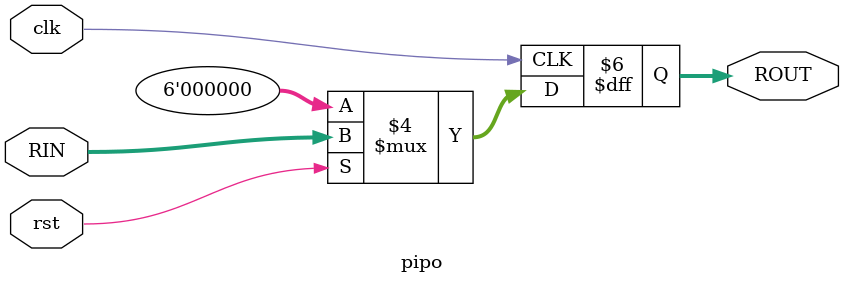
<source format=v>
`timescale 1ns / 1ps

module pipo(
    input [5:0] RIN,
    input clk, rst,
    output reg [5:0] ROUT
);

always @(posedge clk) begin
    if (!rst) begin
        ROUT <= 6'b000000;
    end
    else begin
        ROUT <= RIN;
    end
end

endmodule



</source>
